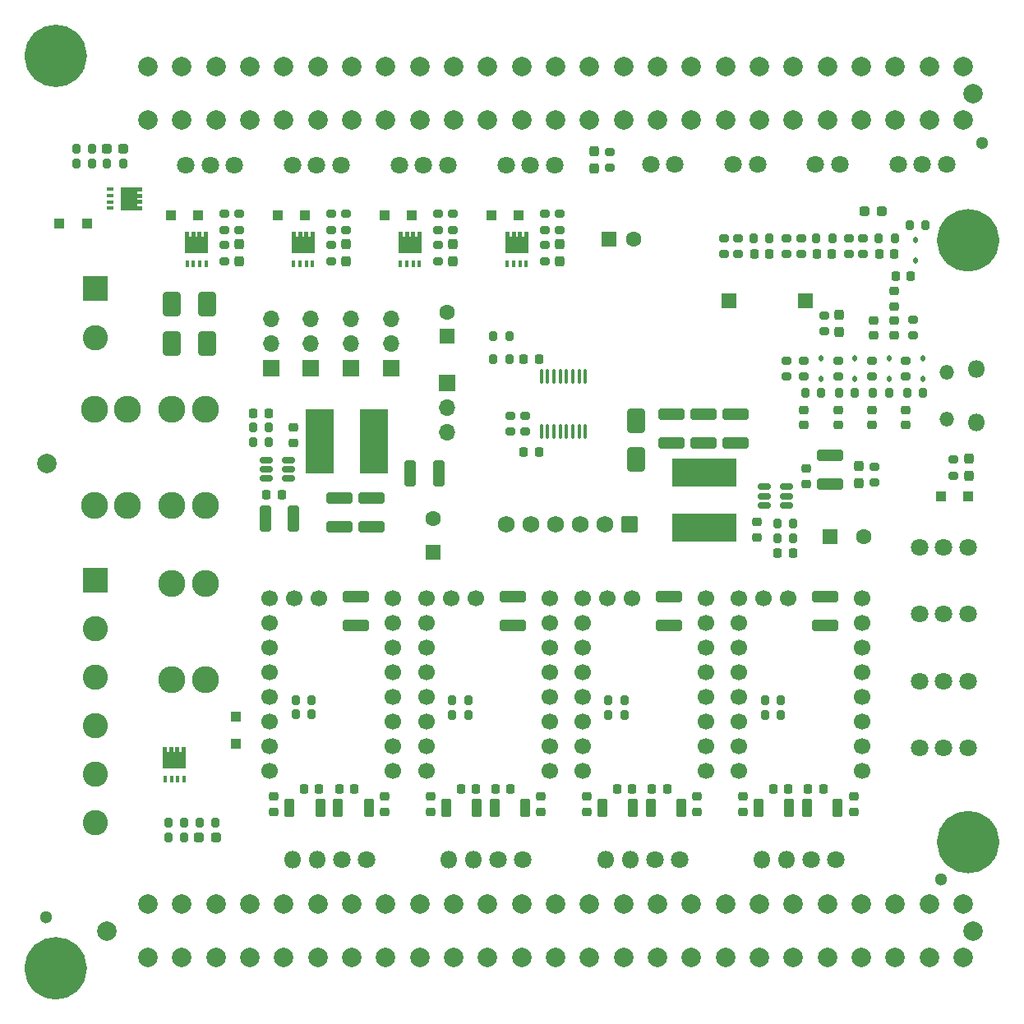
<source format=gts>
G04 #@! TF.GenerationSoftware,KiCad,Pcbnew,8.0.4*
G04 #@! TF.CreationDate,2024-11-23T11:06:33-08:00*
G04 #@! TF.ProjectId,rpi pico printer board,72706920-7069-4636-9f20-7072696e7465,rev?*
G04 #@! TF.SameCoordinates,Original*
G04 #@! TF.FileFunction,Soldermask,Top*
G04 #@! TF.FilePolarity,Negative*
%FSLAX46Y46*%
G04 Gerber Fmt 4.6, Leading zero omitted, Abs format (unit mm)*
G04 Created by KiCad (PCBNEW 8.0.4) date 2024-11-23 11:06:33*
%MOMM*%
%LPD*%
G01*
G04 APERTURE LIST*
G04 Aperture macros list*
%AMRoundRect*
0 Rectangle with rounded corners*
0 $1 Rounding radius*
0 $2 $3 $4 $5 $6 $7 $8 $9 X,Y pos of 4 corners*
0 Add a 4 corners polygon primitive as box body*
4,1,4,$2,$3,$4,$5,$6,$7,$8,$9,$2,$3,0*
0 Add four circle primitives for the rounded corners*
1,1,$1+$1,$2,$3*
1,1,$1+$1,$4,$5*
1,1,$1+$1,$6,$7*
1,1,$1+$1,$8,$9*
0 Add four rect primitives between the rounded corners*
20,1,$1+$1,$2,$3,$4,$5,0*
20,1,$1+$1,$4,$5,$6,$7,0*
20,1,$1+$1,$6,$7,$8,$9,0*
20,1,$1+$1,$8,$9,$2,$3,0*%
%AMFreePoly0*
4,1,17,1.395000,0.765000,0.855000,0.765000,0.855000,0.535000,1.395000,0.535000,1.395000,0.115000,0.855000,0.115000,0.855000,-0.115000,1.395000,-0.115000,1.395000,-0.535000,0.855000,-0.535000,0.855000,-0.765000,1.395000,-0.765000,1.395000,-1.185000,-0.855000,-1.185000,-0.855000,1.185000,1.395000,1.185000,1.395000,0.765000,1.395000,0.765000,$1*%
G04 Aperture macros list end*
%ADD10C,3.225000*%
%ADD11RoundRect,0.105000X0.105000X-0.245000X0.105000X0.245000X-0.105000X0.245000X-0.105000X-0.245000X0*%
%ADD12FreePoly0,90.000000*%
%ADD13RoundRect,0.250000X-1.100000X0.325000X-1.100000X-0.325000X1.100000X-0.325000X1.100000X0.325000X0*%
%ADD14RoundRect,0.200000X0.200000X0.275000X-0.200000X0.275000X-0.200000X-0.275000X0.200000X-0.275000X0*%
%ADD15RoundRect,0.225000X-0.250000X0.225000X-0.250000X-0.225000X0.250000X-0.225000X0.250000X0.225000X0*%
%ADD16RoundRect,0.200000X-0.200000X-0.275000X0.200000X-0.275000X0.200000X0.275000X-0.200000X0.275000X0*%
%ADD17R,1.600000X1.600000*%
%ADD18C,1.600000*%
%ADD19C,2.000000*%
%ADD20RoundRect,0.200000X0.275000X-0.200000X0.275000X0.200000X-0.275000X0.200000X-0.275000X-0.200000X0*%
%ADD21C,1.800000*%
%ADD22RoundRect,0.250000X-0.300000X-0.300000X0.300000X-0.300000X0.300000X0.300000X-0.300000X0.300000X0*%
%ADD23RoundRect,0.200000X-0.275000X0.200000X-0.275000X-0.200000X0.275000X-0.200000X0.275000X0.200000X0*%
%ADD24RoundRect,0.225000X-0.225000X-0.250000X0.225000X-0.250000X0.225000X0.250000X-0.225000X0.250000X0*%
%ADD25C,1.700000*%
%ADD26RoundRect,0.237500X0.287500X0.237500X-0.287500X0.237500X-0.287500X-0.237500X0.287500X-0.237500X0*%
%ADD27RoundRect,0.250000X0.620000X0.620000X-0.620000X0.620000X-0.620000X-0.620000X0.620000X-0.620000X0*%
%ADD28C,1.740000*%
%ADD29RoundRect,0.250000X1.100000X-0.325000X1.100000X0.325000X-1.100000X0.325000X-1.100000X-0.325000X0*%
%ADD30RoundRect,0.250000X0.650000X-1.000000X0.650000X1.000000X-0.650000X1.000000X-0.650000X-1.000000X0*%
%ADD31R,2.850000X6.600000*%
%ADD32RoundRect,0.100000X0.100000X-0.637500X0.100000X0.637500X-0.100000X0.637500X-0.100000X-0.637500X0*%
%ADD33RoundRect,0.250000X-0.325000X-1.100000X0.325000X-1.100000X0.325000X1.100000X-0.325000X1.100000X0*%
%ADD34R,1.700000X1.700000*%
%ADD35O,1.700000X1.700000*%
%ADD36RoundRect,0.225000X0.225000X0.250000X-0.225000X0.250000X-0.225000X-0.250000X0.225000X-0.250000X0*%
%ADD37RoundRect,0.237500X-0.237500X0.287500X-0.237500X-0.287500X0.237500X-0.287500X0.237500X0.287500X0*%
%ADD38RoundRect,0.250000X-0.275000X-0.700000X0.275000X-0.700000X0.275000X0.700000X-0.275000X0.700000X0*%
%ADD39R,1.500000X1.500000*%
%ADD40RoundRect,0.250000X-0.300000X0.300000X-0.300000X-0.300000X0.300000X-0.300000X0.300000X0.300000X0*%
%ADD41C,1.300000*%
%ADD42RoundRect,0.150000X-0.512500X-0.150000X0.512500X-0.150000X0.512500X0.150000X-0.512500X0.150000X0*%
%ADD43RoundRect,0.112500X-0.112500X0.187500X-0.112500X-0.187500X0.112500X-0.187500X0.112500X0.187500X0*%
%ADD44O,1.800000X1.800000*%
%ADD45R,6.600000X2.850000*%
%ADD46RoundRect,0.250000X0.300000X0.300000X-0.300000X0.300000X-0.300000X-0.300000X0.300000X-0.300000X0*%
%ADD47RoundRect,0.225000X0.250000X-0.225000X0.250000X0.225000X-0.250000X0.225000X-0.250000X-0.225000X0*%
%ADD48RoundRect,0.237500X-0.287500X-0.237500X0.287500X-0.237500X0.287500X0.237500X-0.287500X0.237500X0*%
%ADD49C,2.780000*%
%ADD50RoundRect,0.237500X0.237500X-0.287500X0.237500X0.287500X-0.237500X0.287500X-0.237500X-0.287500X0*%
%ADD51R,2.600000X2.600000*%
%ADD52C,2.600000*%
%ADD53RoundRect,0.150000X0.512500X0.150000X-0.512500X0.150000X-0.512500X-0.150000X0.512500X-0.150000X0*%
%ADD54C,3.200000*%
%ADD55RoundRect,0.218750X-0.256250X0.218750X-0.256250X-0.218750X0.256250X-0.218750X0.256250X0.218750X0*%
%ADD56RoundRect,0.105000X-0.245000X-0.105000X0.245000X-0.105000X0.245000X0.105000X-0.245000X0.105000X0*%
%ADD57FreePoly0,0.000000*%
%ADD58O,1.500000X1.500000*%
G04 APERTURE END LIST*
D10*
X54612500Y-53000000D02*
G75*
G02*
X51387500Y-53000000I-1612500J0D01*
G01*
X51387500Y-53000000D02*
G75*
G02*
X54612500Y-53000000I1612500J0D01*
G01*
X148612500Y-72000000D02*
G75*
G02*
X145387500Y-72000000I-1612500J0D01*
G01*
X145387500Y-72000000D02*
G75*
G02*
X148612500Y-72000000I1612500J0D01*
G01*
X54612500Y-147000000D02*
G75*
G02*
X51387500Y-147000000I-1612500J0D01*
G01*
X51387500Y-147000000D02*
G75*
G02*
X54612500Y-147000000I1612500J0D01*
G01*
X148612500Y-134000000D02*
G75*
G02*
X145387500Y-134000000I-1612500J0D01*
G01*
X145387500Y-134000000D02*
G75*
G02*
X148612500Y-134000000I1612500J0D01*
G01*
D11*
X64275000Y-127500000D03*
X64925000Y-127500000D03*
X65575000Y-127500000D03*
X66225000Y-127500000D03*
D12*
X65250000Y-125545000D03*
D13*
X82200000Y-98525000D03*
X82200000Y-101475000D03*
D14*
X111600000Y-120870000D03*
X109950000Y-120870000D03*
D11*
X77525000Y-74400000D03*
X78175000Y-74400000D03*
X78825000Y-74400000D03*
X79475000Y-74400000D03*
D12*
X78500000Y-72445000D03*
D15*
X86875000Y-129310000D03*
X86875000Y-130860000D03*
D16*
X124900000Y-71800000D03*
X126550000Y-71800000D03*
X73325000Y-92785000D03*
X74975000Y-92785000D03*
D17*
X91900000Y-104152651D03*
D18*
X91900000Y-100652651D03*
D19*
X52100000Y-95000000D03*
D20*
X71900000Y-70925000D03*
X71900000Y-69275000D03*
D21*
X77380000Y-64300000D03*
X79900000Y-64300000D03*
X82420000Y-64300000D03*
D22*
X53400000Y-70250000D03*
X56200000Y-70250000D03*
D23*
X130100000Y-84399999D03*
X130100000Y-86049999D03*
D21*
X139780000Y-64200000D03*
X142300000Y-64200000D03*
X144820000Y-64200000D03*
D20*
X82900000Y-70925000D03*
X82900000Y-69275000D03*
D24*
X78600000Y-128485000D03*
X80150000Y-128485000D03*
D19*
X147500000Y-143200000D03*
D25*
X119975000Y-126669999D03*
X119975000Y-124129999D03*
X119975000Y-121589999D03*
X119975000Y-119049999D03*
X119975000Y-116509999D03*
X119975000Y-113969999D03*
X119975000Y-111429999D03*
X119975000Y-108889999D03*
X107275000Y-108889999D03*
X107275000Y-111429999D03*
X107275000Y-113969999D03*
X107275000Y-116509999D03*
X107275000Y-119049999D03*
X107275000Y-121589999D03*
X107275000Y-124129999D03*
X107275000Y-126669999D03*
X109815000Y-108889999D03*
X112355000Y-108889999D03*
D15*
X75475000Y-129310000D03*
X75475000Y-130860000D03*
D25*
X136075000Y-126669999D03*
X136075000Y-124129999D03*
X136075000Y-121589999D03*
X136075000Y-119049999D03*
X136075000Y-116509999D03*
X136075000Y-113969999D03*
X136075000Y-111429999D03*
X136075000Y-108889999D03*
X123375000Y-108889999D03*
X123375000Y-111429999D03*
X123375000Y-113969999D03*
X123375000Y-116509999D03*
X123375000Y-119049999D03*
X123375000Y-121589999D03*
X123375000Y-124129999D03*
X123375000Y-126669999D03*
X125915000Y-108889999D03*
X128455000Y-108889999D03*
D26*
X138074999Y-69000000D03*
X136325001Y-69000000D03*
D23*
X70400000Y-72475000D03*
X70400000Y-74125000D03*
D16*
X140975000Y-70400000D03*
X142625000Y-70400000D03*
D27*
X112150000Y-101300000D03*
D28*
X109610000Y-101300000D03*
X107070000Y-101300000D03*
X104530000Y-101300000D03*
X101990000Y-101300000D03*
X99450000Y-101300000D03*
D29*
X116399999Y-92875000D03*
X116399999Y-89924998D03*
X119699998Y-92875001D03*
X119699998Y-89924999D03*
D30*
X68600000Y-82600001D03*
X68600000Y-78599999D03*
D23*
X132150000Y-79725000D03*
X132150000Y-81375000D03*
D30*
X112799998Y-94600001D03*
X112799998Y-90599999D03*
X65000000Y-82600000D03*
X65000000Y-78600000D03*
D31*
X80175000Y-92685000D03*
X85825000Y-92685000D03*
D15*
X91600000Y-129325000D03*
X91600000Y-130875000D03*
D16*
X133700000Y-87725000D03*
X135350000Y-87725000D03*
D32*
X103025000Y-91725000D03*
X103675000Y-91725000D03*
X104325000Y-91725000D03*
X104975000Y-91725000D03*
X105625000Y-91725000D03*
X106275000Y-91725000D03*
X106925000Y-91725000D03*
X107575000Y-91725000D03*
X107575000Y-86000000D03*
X106925000Y-86000000D03*
X106275000Y-86000000D03*
X105625000Y-86000000D03*
X104975000Y-86000000D03*
X104325000Y-86000000D03*
X103675000Y-86000000D03*
X103025000Y-86000000D03*
D20*
X93900000Y-70925000D03*
X93900000Y-69275000D03*
D33*
X89524999Y-96000000D03*
X92475001Y-96000000D03*
D20*
X104900000Y-70925000D03*
X104900000Y-69275000D03*
D34*
X79300000Y-85175000D03*
D35*
X79300000Y-82635000D03*
X79300000Y-80095000D03*
D36*
X74925000Y-89800000D03*
X73375000Y-89800000D03*
D37*
X135750000Y-95275001D03*
X135750000Y-97024999D03*
D16*
X98075000Y-84200000D03*
X99725000Y-84200000D03*
D21*
X66380000Y-64300000D03*
X68900000Y-64300000D03*
X71420000Y-64300000D03*
D38*
X77100000Y-130485000D03*
X80250000Y-130485000D03*
D23*
X128300000Y-84400000D03*
X128300000Y-86050000D03*
D39*
X122400000Y-78200000D03*
X130200000Y-78200000D03*
D22*
X86900000Y-69400000D03*
X89700000Y-69400000D03*
D16*
X77725000Y-119374999D03*
X79375000Y-119374999D03*
D20*
X128275000Y-73425000D03*
X128275000Y-71775000D03*
X103400000Y-70925000D03*
X103400000Y-69275000D03*
D24*
X127399998Y-104200001D03*
X128949998Y-104200001D03*
D40*
X71600000Y-121100000D03*
X71600000Y-123900000D03*
D16*
X130200000Y-87725000D03*
X131850000Y-87725000D03*
D23*
X129775000Y-71775000D03*
X129775000Y-73425000D03*
D19*
X147500000Y-56900000D03*
D41*
X52000000Y-141700000D03*
D21*
X114290000Y-64200000D03*
X116810000Y-64200000D03*
D24*
X124950000Y-73400000D03*
X126500000Y-73400000D03*
D23*
X133600000Y-84400000D03*
X133600000Y-86050000D03*
D15*
X123800000Y-129325000D03*
X123800000Y-130875000D03*
D36*
X102775000Y-84200000D03*
X101225000Y-84200000D03*
D42*
X74700000Y-94635000D03*
X74700000Y-95585000D03*
X74700000Y-96535000D03*
X76975000Y-96535000D03*
X76975000Y-95585000D03*
X76975000Y-94635000D03*
D15*
X119100000Y-129325000D03*
X119100000Y-130875000D03*
D43*
X131850000Y-84174998D03*
X131850000Y-86274998D03*
D19*
X58300000Y-143200000D03*
D21*
X147020000Y-117425000D03*
X144500000Y-117425000D03*
X141980000Y-117425000D03*
D20*
X81400000Y-70925000D03*
X81400000Y-69275000D03*
D37*
X104900000Y-72425000D03*
X104900000Y-74175000D03*
D16*
X93850000Y-119389999D03*
X95500000Y-119389999D03*
D17*
X132747349Y-102500000D03*
D18*
X136247349Y-102500000D03*
D36*
X132075000Y-128500000D03*
X130525000Y-128500000D03*
D37*
X133750000Y-79675001D03*
X133750000Y-81424999D03*
D24*
X131400000Y-73400000D03*
X132950000Y-73400000D03*
D34*
X93350000Y-86700000D03*
D35*
X93350000Y-89240000D03*
X93350000Y-91780000D03*
D16*
X137200000Y-87725000D03*
X138850000Y-87725000D03*
D20*
X92400000Y-70925000D03*
X92400000Y-69275000D03*
D21*
X117255000Y-135775000D03*
X114735000Y-135775000D03*
D44*
X112215000Y-135775000D03*
X109695000Y-135775000D03*
D45*
X119799999Y-101600000D03*
X119799999Y-95950000D03*
D24*
X137825000Y-73400000D03*
X139375000Y-73400000D03*
D34*
X87600000Y-85160000D03*
D35*
X87600000Y-82620000D03*
X87600000Y-80080000D03*
D13*
X100075000Y-108725000D03*
X100075000Y-111675000D03*
D38*
X93225000Y-130500000D03*
X96375000Y-130500000D03*
D19*
X146500000Y-145900000D03*
X146500000Y-140400000D03*
X143000000Y-145900000D03*
X143000000Y-140400000D03*
X139500000Y-145900000D03*
X139500000Y-140400000D03*
X136000000Y-145900000D03*
X136000000Y-140400000D03*
X132500000Y-145900000D03*
X132500000Y-140400000D03*
X129000000Y-145900000D03*
X129000000Y-140400000D03*
X125500000Y-145900000D03*
X125500000Y-140400000D03*
X122000000Y-145900000D03*
X122000000Y-140400000D03*
X118500000Y-145900000D03*
X118500000Y-140400000D03*
X115000000Y-145900000D03*
X115000000Y-140400000D03*
X111500000Y-145900000D03*
X111500000Y-140400000D03*
X108000000Y-145900000D03*
X108000000Y-140400000D03*
X104500000Y-145900000D03*
X104500000Y-140400000D03*
X101000000Y-145900000D03*
X101000000Y-140400000D03*
X97500000Y-145900000D03*
X97500000Y-140400000D03*
X94000000Y-145900000D03*
X94000000Y-140400000D03*
X90500000Y-145900000D03*
X90500000Y-140400000D03*
X87000000Y-145900000D03*
X87000000Y-140400000D03*
X83500000Y-145900000D03*
X83500000Y-140400000D03*
X80000000Y-145900000D03*
X80000000Y-140400000D03*
X76500000Y-145900000D03*
X76500000Y-140400000D03*
X73000000Y-145900000D03*
X73000000Y-140400000D03*
X69500000Y-145900000D03*
X69500000Y-140400000D03*
X66000000Y-145900000D03*
X66000000Y-140400000D03*
X62500000Y-145900000D03*
X62500000Y-140400000D03*
D14*
X79375000Y-120855000D03*
X77725000Y-120855000D03*
D46*
X147000000Y-98400000D03*
X144200000Y-98400000D03*
D21*
X122790000Y-64200000D03*
X125310000Y-64200000D03*
D13*
X85500000Y-98525000D03*
X85500000Y-101475000D03*
D15*
X137100000Y-89450000D03*
X137100000Y-91000000D03*
D23*
X81400000Y-72475000D03*
X81400000Y-74125000D03*
D21*
X147020000Y-103600000D03*
X144500000Y-103600000D03*
X141980000Y-103600000D03*
D14*
X56775000Y-62550000D03*
X55125000Y-62550000D03*
D15*
X135200000Y-129325000D03*
X135200000Y-130875000D03*
D20*
X134700000Y-73425000D03*
X134700000Y-71775000D03*
D15*
X77450000Y-91310000D03*
X77450000Y-92860000D03*
D23*
X140600000Y-84400000D03*
X140600000Y-86050000D03*
D38*
X109325000Y-130500000D03*
X112475000Y-130500000D03*
D34*
X75200000Y-85175000D03*
D35*
X75200000Y-82635000D03*
X75200000Y-80095000D03*
D21*
X85005000Y-135775000D03*
X82485000Y-135775000D03*
D44*
X79965000Y-135775000D03*
X77445000Y-135775000D03*
D16*
X58300000Y-64050000D03*
X59950000Y-64050000D03*
D15*
X103000000Y-129325000D03*
X103000000Y-130875000D03*
D14*
X128999998Y-101200002D03*
X127349998Y-101200002D03*
D47*
X125200000Y-102575000D03*
X125200000Y-101025000D03*
D24*
X139525000Y-75700000D03*
X141075000Y-75700000D03*
D21*
X88380000Y-64300000D03*
X90900000Y-64300000D03*
X93420000Y-64300000D03*
D13*
X83950000Y-108710000D03*
X83950000Y-111660000D03*
D23*
X145450000Y-94575000D03*
X145450000Y-96225000D03*
D37*
X93900000Y-72425000D03*
X93900000Y-74175000D03*
D24*
X74725000Y-98185000D03*
X76275000Y-98185000D03*
D48*
X58250000Y-62550000D03*
X60000000Y-62550000D03*
D15*
X133600000Y-89450000D03*
X133600000Y-91000000D03*
D22*
X64900000Y-69400000D03*
X67700000Y-69400000D03*
D16*
X126050000Y-119389999D03*
X127700000Y-119389999D03*
D23*
X101375000Y-90075000D03*
X101375000Y-91725000D03*
D24*
X94725000Y-128500000D03*
X96275000Y-128500000D03*
D21*
X99380000Y-64300000D03*
X101900000Y-64300000D03*
X104420000Y-64300000D03*
D20*
X141300000Y-81825000D03*
X141300000Y-80175000D03*
X110100000Y-64525001D03*
X110100000Y-62875001D03*
D24*
X110825000Y-128500000D03*
X112375000Y-128500000D03*
D19*
X62500000Y-54100000D03*
X62500000Y-59600000D03*
X66000000Y-54100000D03*
X66000000Y-59600000D03*
X69500000Y-54100000D03*
X69500000Y-59600000D03*
X73000000Y-54100000D03*
X73000000Y-59600000D03*
X76500000Y-54100000D03*
X76500000Y-59600000D03*
X80000000Y-54100000D03*
X80000000Y-59600000D03*
X83500000Y-54100000D03*
X83500000Y-59600000D03*
X87000000Y-54100000D03*
X87000000Y-59600000D03*
X90500000Y-54100000D03*
X90500000Y-59600000D03*
X94000000Y-54100000D03*
X94000000Y-59600000D03*
X97500000Y-54100000D03*
X97500000Y-59600000D03*
X101000000Y-54100000D03*
X101000000Y-59600000D03*
X104500000Y-54100000D03*
X104500000Y-59600000D03*
X108000000Y-54100000D03*
X108000000Y-59600000D03*
X111500000Y-54100000D03*
X111500000Y-59600000D03*
X115000000Y-54100000D03*
X115000000Y-59600000D03*
X118500000Y-54100000D03*
X118500000Y-59600000D03*
X122000000Y-54100000D03*
X122000000Y-59600000D03*
X125500000Y-54100000D03*
X125500000Y-59600000D03*
X129000000Y-54100000D03*
X129000000Y-59600000D03*
X132500000Y-54100000D03*
X132500000Y-59600000D03*
X136000000Y-54100000D03*
X136000000Y-59600000D03*
X139500000Y-54100000D03*
X139500000Y-59600000D03*
X143000000Y-54100000D03*
X143000000Y-59600000D03*
X146500000Y-54100000D03*
X146500000Y-59600000D03*
D24*
X126925000Y-128500000D03*
X128475000Y-128500000D03*
D38*
X98225000Y-130500000D03*
X101375000Y-130500000D03*
D14*
X66250000Y-133500000D03*
X64600000Y-133500000D03*
D37*
X147050000Y-94525001D03*
X147050000Y-96274999D03*
D49*
X68400000Y-107370000D03*
X65000000Y-107370000D03*
X68400000Y-117290000D03*
X65000000Y-117290000D03*
D15*
X140600000Y-89450000D03*
X140600000Y-91000000D03*
D22*
X75900000Y-69400000D03*
X78700000Y-69400000D03*
D17*
X93300000Y-81900000D03*
D18*
X93300000Y-79400000D03*
D25*
X87750000Y-126654999D03*
X87750000Y-124114999D03*
X87750000Y-121574999D03*
X87750000Y-119034999D03*
X87750000Y-116494999D03*
X87750000Y-113954999D03*
X87750000Y-111414999D03*
X87750000Y-108874999D03*
X75050000Y-108874999D03*
X75050000Y-111414999D03*
X75050000Y-113954999D03*
X75050000Y-116494999D03*
X75050000Y-119034999D03*
X75050000Y-121574999D03*
X75050000Y-124114999D03*
X75050000Y-126654999D03*
X77590000Y-108874999D03*
X80130000Y-108874999D03*
D15*
X139350000Y-80225000D03*
X139350000Y-81775000D03*
D38*
X82100000Y-130485000D03*
X85250000Y-130485000D03*
D48*
X67750000Y-133500000D03*
X69500000Y-133500000D03*
D21*
X133330000Y-135775000D03*
X130810000Y-135775000D03*
D44*
X128290000Y-135775000D03*
X125770000Y-135775000D03*
D36*
X115975000Y-128500000D03*
X114425000Y-128500000D03*
D14*
X66250000Y-132000000D03*
X64600000Y-132000000D03*
D21*
X131290000Y-64200000D03*
X133810000Y-64200000D03*
D50*
X108500000Y-64574999D03*
X108500000Y-62825001D03*
D16*
X140700000Y-87725000D03*
X142350000Y-87725000D03*
D14*
X127700000Y-120870000D03*
X126050000Y-120870000D03*
D51*
X57095000Y-77000000D03*
D52*
X57095000Y-82000000D03*
D16*
X137775000Y-71800000D03*
X139425000Y-71800000D03*
D53*
X128299999Y-99289999D03*
X128299999Y-98340000D03*
X128299999Y-97390001D03*
X126024999Y-97390001D03*
X126024999Y-98340000D03*
X126024999Y-99289999D03*
D23*
X137350000Y-95325000D03*
X137350000Y-96975000D03*
X123325000Y-71775000D03*
X123325000Y-73425000D03*
D22*
X97900000Y-69400000D03*
X100700000Y-69400000D03*
D38*
X114325000Y-130500000D03*
X117475000Y-130500000D03*
D36*
X102775000Y-93800000D03*
X101225000Y-93800000D03*
D38*
X125425000Y-130500000D03*
X128575000Y-130500000D03*
D41*
X144200000Y-137800000D03*
D54*
X53000000Y-53000000D03*
D36*
X99875000Y-128500000D03*
X98325000Y-128500000D03*
D54*
X147000000Y-72000000D03*
D14*
X56775000Y-64050000D03*
X55125000Y-64050000D03*
D16*
X67800000Y-132000000D03*
X69450000Y-132000000D03*
D11*
X88525000Y-74400000D03*
X89175000Y-74400000D03*
X89825000Y-74400000D03*
X90475000Y-74400000D03*
D12*
X89500000Y-72445000D03*
D13*
X132275000Y-108725000D03*
X132275000Y-111675000D03*
D11*
X99525000Y-74400000D03*
X100175000Y-74400000D03*
X100825000Y-74400000D03*
X101475000Y-74400000D03*
D12*
X100500000Y-72445000D03*
D21*
X147020000Y-110500000D03*
X144500000Y-110500000D03*
X141980000Y-110500000D03*
D33*
X74575000Y-100650000D03*
X77525000Y-100650000D03*
D43*
X138850000Y-84175000D03*
X138850000Y-86275000D03*
D41*
X148400000Y-62000000D03*
D20*
X99875000Y-91725000D03*
X99875000Y-90075000D03*
D21*
X147020000Y-124325000D03*
X144500000Y-124325000D03*
X141980000Y-124325000D03*
D16*
X127349998Y-102700002D03*
X128999998Y-102700002D03*
D13*
X116175000Y-108725000D03*
X116175000Y-111675000D03*
D55*
X139350000Y-77212500D03*
X139350000Y-78787500D03*
D16*
X109950000Y-119389999D03*
X111600000Y-119389999D03*
D37*
X71900000Y-72425000D03*
X71900000Y-74175000D03*
D20*
X121825000Y-73425000D03*
X121825000Y-71775000D03*
D23*
X137100000Y-84400000D03*
X137100000Y-86050000D03*
D56*
X58600000Y-66750000D03*
X58600000Y-67400000D03*
X58600000Y-68050000D03*
X58600000Y-68700000D03*
D57*
X60555001Y-67725000D03*
D43*
X135350000Y-84175000D03*
X135350000Y-86275000D03*
D49*
X65000000Y-99330000D03*
X68400000Y-99330000D03*
X65000000Y-89410000D03*
X68400000Y-89410000D03*
D15*
X107700000Y-129325000D03*
X107700000Y-130875000D03*
D23*
X136200000Y-71775000D03*
X136200000Y-73425000D03*
D43*
X142350000Y-84175000D03*
X142350000Y-86275000D03*
D23*
X92400000Y-72475000D03*
X92400000Y-74125000D03*
D21*
X101080000Y-135775000D03*
X98560000Y-135775000D03*
D44*
X96040000Y-135775000D03*
X93520000Y-135775000D03*
D43*
X141600000Y-71950000D03*
X141600000Y-74050000D03*
D54*
X53000000Y-147000000D03*
D38*
X130425000Y-130500000D03*
X133575000Y-130500000D03*
D54*
X147000000Y-134000000D03*
D15*
X137300000Y-80225000D03*
X137300000Y-81775000D03*
D23*
X103400000Y-72475000D03*
X103400000Y-74125000D03*
D25*
X103875000Y-126669999D03*
X103875000Y-124129999D03*
X103875000Y-121589999D03*
X103875000Y-119049999D03*
X103875000Y-116509999D03*
X103875000Y-113969999D03*
X103875000Y-111429999D03*
X103875000Y-108889999D03*
X91175000Y-108889999D03*
X91175000Y-111429999D03*
X91175000Y-113969999D03*
X91175000Y-116509999D03*
X91175000Y-119049999D03*
X91175000Y-121589999D03*
X91175000Y-124129999D03*
X91175000Y-126669999D03*
X93715000Y-108889999D03*
X96255000Y-108889999D03*
D29*
X132800000Y-97075001D03*
X132800000Y-94124999D03*
D49*
X57000000Y-99330000D03*
X60400000Y-99330000D03*
X57000000Y-89410000D03*
X60400000Y-89410000D03*
D14*
X95500000Y-120870000D03*
X93850000Y-120870000D03*
D36*
X83750000Y-128485000D03*
X82200000Y-128485000D03*
D51*
X57100000Y-107000000D03*
D52*
X57100000Y-112000000D03*
X57100000Y-117000000D03*
X57100000Y-122000000D03*
X57100000Y-127000000D03*
X57100000Y-132000000D03*
D29*
X122999998Y-92875001D03*
X122999998Y-89924999D03*
D34*
X83400000Y-85175000D03*
D35*
X83400000Y-82635000D03*
X83400000Y-80095000D03*
D20*
X70400000Y-70925000D03*
X70400000Y-69275000D03*
D15*
X130100000Y-89450000D03*
X130100000Y-91000000D03*
D14*
X74975000Y-91285000D03*
X73325000Y-91285000D03*
D17*
X110000000Y-71900000D03*
D18*
X112500000Y-71900000D03*
D16*
X98075000Y-81900000D03*
X99725000Y-81900000D03*
D47*
X130300000Y-97075000D03*
X130300000Y-95525000D03*
D11*
X66525000Y-74400000D03*
X67175000Y-74400000D03*
X67825000Y-74400000D03*
X68475000Y-74400000D03*
D12*
X67500000Y-72445000D03*
D16*
X131350000Y-71800000D03*
X133000000Y-71800000D03*
D37*
X82900000Y-72425000D03*
X82900000Y-74175000D03*
D44*
X147870000Y-90735000D03*
D58*
X144840000Y-90435000D03*
X144840000Y-85585000D03*
D44*
X147870000Y-85285000D03*
M02*

</source>
